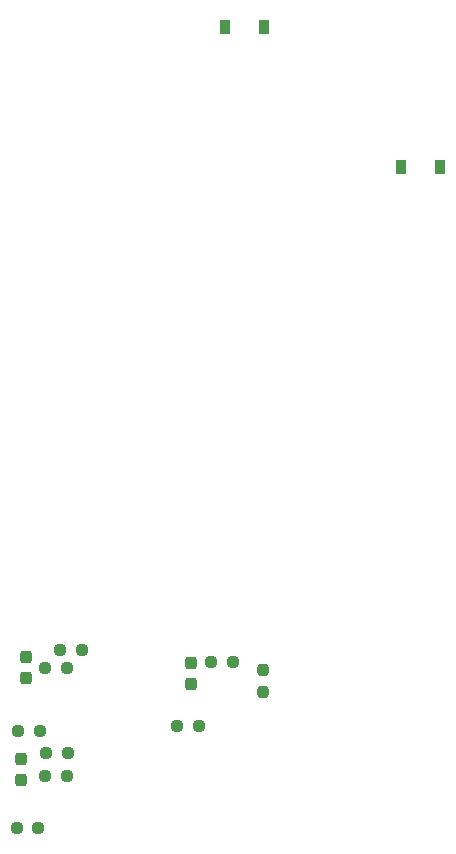
<source format=gbr>
%TF.GenerationSoftware,KiCad,Pcbnew,(6.0.1)*%
%TF.CreationDate,2022-02-14T12:03:47-05:00*%
%TF.ProjectId,rear-control-board,72656172-2d63-46f6-9e74-726f6c2d626f,rev?*%
%TF.SameCoordinates,Original*%
%TF.FileFunction,Paste,Bot*%
%TF.FilePolarity,Positive*%
%FSLAX46Y46*%
G04 Gerber Fmt 4.6, Leading zero omitted, Abs format (unit mm)*
G04 Created by KiCad (PCBNEW (6.0.1)) date 2022-02-14 12:03:47*
%MOMM*%
%LPD*%
G01*
G04 APERTURE LIST*
G04 Aperture macros list*
%AMRoundRect*
0 Rectangle with rounded corners*
0 $1 Rounding radius*
0 $2 $3 $4 $5 $6 $7 $8 $9 X,Y pos of 4 corners*
0 Add a 4 corners polygon primitive as box body*
4,1,4,$2,$3,$4,$5,$6,$7,$8,$9,$2,$3,0*
0 Add four circle primitives for the rounded corners*
1,1,$1+$1,$2,$3*
1,1,$1+$1,$4,$5*
1,1,$1+$1,$6,$7*
1,1,$1+$1,$8,$9*
0 Add four rect primitives between the rounded corners*
20,1,$1+$1,$2,$3,$4,$5,0*
20,1,$1+$1,$4,$5,$6,$7,0*
20,1,$1+$1,$6,$7,$8,$9,0*
20,1,$1+$1,$8,$9,$2,$3,0*%
G04 Aperture macros list end*
%ADD10R,0.900000X1.200000*%
%ADD11RoundRect,0.237500X0.237500X-0.300000X0.237500X0.300000X-0.237500X0.300000X-0.237500X-0.300000X0*%
%ADD12RoundRect,0.237500X-0.250000X-0.237500X0.250000X-0.237500X0.250000X0.237500X-0.250000X0.237500X0*%
%ADD13RoundRect,0.237500X0.237500X-0.250000X0.237500X0.250000X-0.237500X0.250000X-0.237500X-0.250000X0*%
G04 APERTURE END LIST*
D10*
%TO.C,D5*%
X131541000Y-50087000D03*
X128241000Y-50087000D03*
%TD*%
%TO.C,D4*%
X116651000Y-38247000D03*
X113351000Y-38247000D03*
%TD*%
D11*
%TO.C,C2*%
X96471000Y-93311500D03*
X96471000Y-91586500D03*
%TD*%
D12*
%TO.C,R11*%
X95812500Y-97783000D03*
X97637500Y-97783000D03*
%TD*%
%TO.C,R13*%
X109274500Y-97402000D03*
X111099500Y-97402000D03*
%TD*%
%TO.C,R17*%
X112172000Y-91941000D03*
X113997000Y-91941000D03*
%TD*%
D11*
%TO.C,C3*%
X96090000Y-101947500D03*
X96090000Y-100222500D03*
%TD*%
D12*
%TO.C,R14*%
X98202000Y-99688000D03*
X100027000Y-99688000D03*
%TD*%
D13*
%TO.C,R16*%
X116537000Y-94481000D03*
X116537000Y-92656000D03*
%TD*%
D12*
%TO.C,R15*%
X98098500Y-101593000D03*
X99923500Y-101593000D03*
%TD*%
%TO.C,R1*%
X99368500Y-90925000D03*
X101193500Y-90925000D03*
%TD*%
D11*
%TO.C,C13*%
X110441000Y-93819500D03*
X110441000Y-92094500D03*
%TD*%
D12*
%TO.C,R12*%
X95685500Y-106038000D03*
X97510500Y-106038000D03*
%TD*%
%TO.C,R9*%
X98098500Y-92449000D03*
X99923500Y-92449000D03*
%TD*%
M02*

</source>
